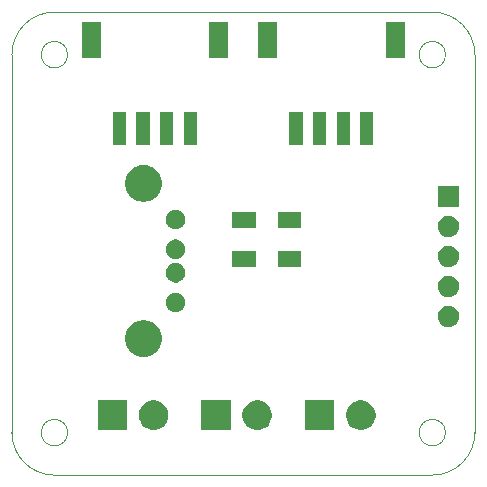
<source format=gbr>
%TF.GenerationSoftware,KiCad,Pcbnew,(5.1.5-0-10_14)*%
%TF.CreationDate,2020-09-17T17:23:34+02:00*%
%TF.ProjectId,power-routing,706f7765-722d-4726-9f75-74696e672e6b,rev?*%
%TF.SameCoordinates,Original*%
%TF.FileFunction,Soldermask,Top*%
%TF.FilePolarity,Negative*%
%FSLAX46Y46*%
G04 Gerber Fmt 4.6, Leading zero omitted, Abs format (unit mm)*
G04 Created by KiCad (PCBNEW (5.1.5-0-10_14)) date 2020-09-17 17:23:34*
%MOMM*%
%LPD*%
G04 APERTURE LIST*
%ADD10C,0.050000*%
%ADD11C,0.150000*%
G04 APERTURE END LIST*
D10*
X189100000Y-109850000D02*
X189100000Y-77850000D01*
X224700000Y-113450000D02*
X192700000Y-113450000D01*
X228300000Y-77850000D02*
X228300000Y-109850000D01*
X192700000Y-74250000D02*
X224700000Y-74250000D01*
X189100000Y-77850000D02*
G75*
G02X192700000Y-74250000I3600000J0D01*
G01*
X192700000Y-113450000D02*
G75*
G02X189100000Y-109850000I0J3600000D01*
G01*
X228300000Y-109850000D02*
G75*
G02X224700000Y-113450000I-3600000J0D01*
G01*
X224700000Y-74250000D02*
G75*
G02X228300000Y-77850000I0J-3600000D01*
G01*
X225818034Y-109850000D02*
G75*
G03X225818034Y-109850000I-1118034J0D01*
G01*
X193818034Y-109850000D02*
G75*
G03X193818034Y-109850000I-1118034J0D01*
G01*
X225818034Y-77850000D02*
G75*
G03X225818034Y-77850000I-1118034J0D01*
G01*
X193818034Y-77850000D02*
G75*
G03X193818034Y-77850000I-1118034J0D01*
G01*
D11*
G36*
X219014903Y-107172075D02*
G01*
X219242571Y-107266378D01*
X219447466Y-107403285D01*
X219621715Y-107577534D01*
X219758622Y-107782429D01*
X219852925Y-108010097D01*
X219901000Y-108251787D01*
X219901000Y-108498213D01*
X219852925Y-108739903D01*
X219758622Y-108967571D01*
X219621715Y-109172466D01*
X219447466Y-109346715D01*
X219242571Y-109483622D01*
X219242570Y-109483623D01*
X219242569Y-109483623D01*
X219014903Y-109577925D01*
X218773214Y-109626000D01*
X218526786Y-109626000D01*
X218285097Y-109577925D01*
X218057431Y-109483623D01*
X218057430Y-109483623D01*
X218057429Y-109483622D01*
X217852534Y-109346715D01*
X217678285Y-109172466D01*
X217541378Y-108967571D01*
X217447075Y-108739903D01*
X217399000Y-108498213D01*
X217399000Y-108251787D01*
X217447075Y-108010097D01*
X217541378Y-107782429D01*
X217678285Y-107577534D01*
X217852534Y-107403285D01*
X218057429Y-107266378D01*
X218285097Y-107172075D01*
X218526786Y-107124000D01*
X218773214Y-107124000D01*
X219014903Y-107172075D01*
G37*
G36*
X216401000Y-109626000D02*
G01*
X213899000Y-109626000D01*
X213899000Y-107124000D01*
X216401000Y-107124000D01*
X216401000Y-109626000D01*
G37*
G36*
X210239903Y-107172075D02*
G01*
X210467571Y-107266378D01*
X210672466Y-107403285D01*
X210846715Y-107577534D01*
X210983622Y-107782429D01*
X211077925Y-108010097D01*
X211126000Y-108251787D01*
X211126000Y-108498213D01*
X211077925Y-108739903D01*
X210983622Y-108967571D01*
X210846715Y-109172466D01*
X210672466Y-109346715D01*
X210467571Y-109483622D01*
X210467570Y-109483623D01*
X210467569Y-109483623D01*
X210239903Y-109577925D01*
X209998214Y-109626000D01*
X209751786Y-109626000D01*
X209510097Y-109577925D01*
X209282431Y-109483623D01*
X209282430Y-109483623D01*
X209282429Y-109483622D01*
X209077534Y-109346715D01*
X208903285Y-109172466D01*
X208766378Y-108967571D01*
X208672075Y-108739903D01*
X208624000Y-108498213D01*
X208624000Y-108251787D01*
X208672075Y-108010097D01*
X208766378Y-107782429D01*
X208903285Y-107577534D01*
X209077534Y-107403285D01*
X209282429Y-107266378D01*
X209510097Y-107172075D01*
X209751786Y-107124000D01*
X209998214Y-107124000D01*
X210239903Y-107172075D01*
G37*
G36*
X207626000Y-109626000D02*
G01*
X205124000Y-109626000D01*
X205124000Y-107124000D01*
X207626000Y-107124000D01*
X207626000Y-109626000D01*
G37*
G36*
X201464903Y-107172075D02*
G01*
X201692571Y-107266378D01*
X201897466Y-107403285D01*
X202071715Y-107577534D01*
X202208622Y-107782429D01*
X202302925Y-108010097D01*
X202351000Y-108251787D01*
X202351000Y-108498213D01*
X202302925Y-108739903D01*
X202208622Y-108967571D01*
X202071715Y-109172466D01*
X201897466Y-109346715D01*
X201692571Y-109483622D01*
X201692570Y-109483623D01*
X201692569Y-109483623D01*
X201464903Y-109577925D01*
X201223214Y-109626000D01*
X200976786Y-109626000D01*
X200735097Y-109577925D01*
X200507431Y-109483623D01*
X200507430Y-109483623D01*
X200507429Y-109483622D01*
X200302534Y-109346715D01*
X200128285Y-109172466D01*
X199991378Y-108967571D01*
X199897075Y-108739903D01*
X199849000Y-108498213D01*
X199849000Y-108251787D01*
X199897075Y-108010097D01*
X199991378Y-107782429D01*
X200128285Y-107577534D01*
X200302534Y-107403285D01*
X200507429Y-107266378D01*
X200735097Y-107172075D01*
X200976786Y-107124000D01*
X201223214Y-107124000D01*
X201464903Y-107172075D01*
G37*
G36*
X198851000Y-109626000D02*
G01*
X196349000Y-109626000D01*
X196349000Y-107124000D01*
X198851000Y-107124000D01*
X198851000Y-109626000D01*
G37*
G36*
X200552585Y-100373802D02*
G01*
X200702410Y-100403604D01*
X200984674Y-100520521D01*
X201238705Y-100690259D01*
X201454741Y-100906295D01*
X201624479Y-101160326D01*
X201741396Y-101442590D01*
X201801000Y-101742240D01*
X201801000Y-102047760D01*
X201741396Y-102347410D01*
X201624479Y-102629674D01*
X201454741Y-102883705D01*
X201238705Y-103099741D01*
X200984674Y-103269479D01*
X200702410Y-103386396D01*
X200552585Y-103416198D01*
X200402761Y-103446000D01*
X200097239Y-103446000D01*
X199947415Y-103416198D01*
X199797590Y-103386396D01*
X199515326Y-103269479D01*
X199261295Y-103099741D01*
X199045259Y-102883705D01*
X198875521Y-102629674D01*
X198758604Y-102347410D01*
X198699000Y-102047760D01*
X198699000Y-101742240D01*
X198758604Y-101442590D01*
X198875521Y-101160326D01*
X199045259Y-100906295D01*
X199261295Y-100690259D01*
X199515326Y-100520521D01*
X199797590Y-100403604D01*
X199947415Y-100373802D01*
X200097239Y-100344000D01*
X200402761Y-100344000D01*
X200552585Y-100373802D01*
G37*
G36*
X226163512Y-99113927D02*
G01*
X226312812Y-99143624D01*
X226476784Y-99211544D01*
X226624354Y-99310147D01*
X226749853Y-99435646D01*
X226848456Y-99583216D01*
X226916376Y-99747188D01*
X226951000Y-99921259D01*
X226951000Y-100098741D01*
X226916376Y-100272812D01*
X226848456Y-100436784D01*
X226749853Y-100584354D01*
X226624354Y-100709853D01*
X226476784Y-100808456D01*
X226312812Y-100876376D01*
X226163512Y-100906073D01*
X226138742Y-100911000D01*
X225961258Y-100911000D01*
X225936488Y-100906073D01*
X225787188Y-100876376D01*
X225623216Y-100808456D01*
X225475646Y-100709853D01*
X225350147Y-100584354D01*
X225251544Y-100436784D01*
X225183624Y-100272812D01*
X225149000Y-100098741D01*
X225149000Y-99921259D01*
X225183624Y-99747188D01*
X225251544Y-99583216D01*
X225350147Y-99435646D01*
X225475646Y-99310147D01*
X225623216Y-99211544D01*
X225787188Y-99143624D01*
X225936488Y-99113927D01*
X225961258Y-99109000D01*
X226138742Y-99109000D01*
X226163512Y-99113927D01*
G37*
G36*
X203200935Y-98030742D02*
G01*
X203351258Y-98093008D01*
X203486545Y-98183404D01*
X203601596Y-98298455D01*
X203691992Y-98433742D01*
X203754258Y-98584065D01*
X203786000Y-98743646D01*
X203786000Y-98906354D01*
X203754258Y-99065935D01*
X203691992Y-99216258D01*
X203601596Y-99351545D01*
X203486545Y-99466596D01*
X203351258Y-99556992D01*
X203200935Y-99619258D01*
X203041354Y-99651000D01*
X202878646Y-99651000D01*
X202719065Y-99619258D01*
X202568742Y-99556992D01*
X202433455Y-99466596D01*
X202318404Y-99351545D01*
X202228008Y-99216258D01*
X202165742Y-99065935D01*
X202134000Y-98906354D01*
X202134000Y-98743646D01*
X202165742Y-98584065D01*
X202228008Y-98433742D01*
X202318404Y-98298455D01*
X202433455Y-98183404D01*
X202568742Y-98093008D01*
X202719065Y-98030742D01*
X202878646Y-97999000D01*
X203041354Y-97999000D01*
X203200935Y-98030742D01*
G37*
G36*
X226163512Y-96573927D02*
G01*
X226312812Y-96603624D01*
X226476784Y-96671544D01*
X226624354Y-96770147D01*
X226749853Y-96895646D01*
X226848456Y-97043216D01*
X226916376Y-97207188D01*
X226951000Y-97381259D01*
X226951000Y-97558741D01*
X226916376Y-97732812D01*
X226848456Y-97896784D01*
X226749853Y-98044354D01*
X226624354Y-98169853D01*
X226476784Y-98268456D01*
X226312812Y-98336376D01*
X226163512Y-98366073D01*
X226138742Y-98371000D01*
X225961258Y-98371000D01*
X225936488Y-98366073D01*
X225787188Y-98336376D01*
X225623216Y-98268456D01*
X225475646Y-98169853D01*
X225350147Y-98044354D01*
X225251544Y-97896784D01*
X225183624Y-97732812D01*
X225149000Y-97558741D01*
X225149000Y-97381259D01*
X225183624Y-97207188D01*
X225251544Y-97043216D01*
X225350147Y-96895646D01*
X225475646Y-96770147D01*
X225623216Y-96671544D01*
X225787188Y-96603624D01*
X225936488Y-96573927D01*
X225961258Y-96569000D01*
X226138742Y-96569000D01*
X226163512Y-96573927D01*
G37*
G36*
X203200935Y-95530742D02*
G01*
X203351258Y-95593008D01*
X203486545Y-95683404D01*
X203601596Y-95798455D01*
X203691992Y-95933742D01*
X203754258Y-96084065D01*
X203786000Y-96243646D01*
X203786000Y-96406354D01*
X203754258Y-96565935D01*
X203691992Y-96716258D01*
X203601596Y-96851545D01*
X203486545Y-96966596D01*
X203351258Y-97056992D01*
X203200935Y-97119258D01*
X203041354Y-97151000D01*
X202878646Y-97151000D01*
X202719065Y-97119258D01*
X202568742Y-97056992D01*
X202433455Y-96966596D01*
X202318404Y-96851545D01*
X202228008Y-96716258D01*
X202165742Y-96565935D01*
X202134000Y-96406354D01*
X202134000Y-96243646D01*
X202165742Y-96084065D01*
X202228008Y-95933742D01*
X202318404Y-95798455D01*
X202433455Y-95683404D01*
X202568742Y-95593008D01*
X202719065Y-95530742D01*
X202878646Y-95499000D01*
X203041354Y-95499000D01*
X203200935Y-95530742D01*
G37*
G36*
X226163512Y-94033927D02*
G01*
X226312812Y-94063624D01*
X226476784Y-94131544D01*
X226624354Y-94230147D01*
X226749853Y-94355646D01*
X226848456Y-94503216D01*
X226916376Y-94667188D01*
X226951000Y-94841259D01*
X226951000Y-95018741D01*
X226916376Y-95192812D01*
X226848456Y-95356784D01*
X226749853Y-95504354D01*
X226624354Y-95629853D01*
X226476784Y-95728456D01*
X226312812Y-95796376D01*
X226163512Y-95826073D01*
X226138742Y-95831000D01*
X225961258Y-95831000D01*
X225936488Y-95826073D01*
X225787188Y-95796376D01*
X225623216Y-95728456D01*
X225475646Y-95629853D01*
X225350147Y-95504354D01*
X225251544Y-95356784D01*
X225183624Y-95192812D01*
X225149000Y-95018741D01*
X225149000Y-94841259D01*
X225183624Y-94667188D01*
X225251544Y-94503216D01*
X225350147Y-94355646D01*
X225475646Y-94230147D01*
X225623216Y-94131544D01*
X225787188Y-94063624D01*
X225936488Y-94033927D01*
X225961258Y-94029000D01*
X226138742Y-94029000D01*
X226163512Y-94033927D01*
G37*
G36*
X213603500Y-95812000D02*
G01*
X211596500Y-95812000D01*
X211596500Y-94440000D01*
X213603500Y-94440000D01*
X213603500Y-95812000D01*
G37*
G36*
X209753500Y-95812000D02*
G01*
X207746500Y-95812000D01*
X207746500Y-94440000D01*
X209753500Y-94440000D01*
X209753500Y-95812000D01*
G37*
G36*
X203200935Y-93530742D02*
G01*
X203351258Y-93593008D01*
X203486545Y-93683404D01*
X203601596Y-93798455D01*
X203691992Y-93933742D01*
X203754258Y-94084065D01*
X203786000Y-94243646D01*
X203786000Y-94406354D01*
X203754258Y-94565935D01*
X203691992Y-94716258D01*
X203601596Y-94851545D01*
X203486545Y-94966596D01*
X203351258Y-95056992D01*
X203200935Y-95119258D01*
X203041354Y-95151000D01*
X202878646Y-95151000D01*
X202719065Y-95119258D01*
X202568742Y-95056992D01*
X202433455Y-94966596D01*
X202318404Y-94851545D01*
X202228008Y-94716258D01*
X202165742Y-94565935D01*
X202134000Y-94406354D01*
X202134000Y-94243646D01*
X202165742Y-94084065D01*
X202228008Y-93933742D01*
X202318404Y-93798455D01*
X202433455Y-93683404D01*
X202568742Y-93593008D01*
X202719065Y-93530742D01*
X202878646Y-93499000D01*
X203041354Y-93499000D01*
X203200935Y-93530742D01*
G37*
G36*
X226163512Y-91493927D02*
G01*
X226312812Y-91523624D01*
X226476784Y-91591544D01*
X226624354Y-91690147D01*
X226749853Y-91815646D01*
X226848456Y-91963216D01*
X226916376Y-92127188D01*
X226951000Y-92301259D01*
X226951000Y-92478741D01*
X226916376Y-92652812D01*
X226848456Y-92816784D01*
X226749853Y-92964354D01*
X226624354Y-93089853D01*
X226476784Y-93188456D01*
X226312812Y-93256376D01*
X226163512Y-93286073D01*
X226138742Y-93291000D01*
X225961258Y-93291000D01*
X225936488Y-93286073D01*
X225787188Y-93256376D01*
X225623216Y-93188456D01*
X225475646Y-93089853D01*
X225350147Y-92964354D01*
X225251544Y-92816784D01*
X225183624Y-92652812D01*
X225149000Y-92478741D01*
X225149000Y-92301259D01*
X225183624Y-92127188D01*
X225251544Y-91963216D01*
X225350147Y-91815646D01*
X225475646Y-91690147D01*
X225623216Y-91591544D01*
X225787188Y-91523624D01*
X225936488Y-91493927D01*
X225961258Y-91489000D01*
X226138742Y-91489000D01*
X226163512Y-91493927D01*
G37*
G36*
X203200935Y-91030742D02*
G01*
X203351258Y-91093008D01*
X203486545Y-91183404D01*
X203601596Y-91298455D01*
X203691992Y-91433742D01*
X203754258Y-91584065D01*
X203786000Y-91743646D01*
X203786000Y-91906354D01*
X203754258Y-92065935D01*
X203691992Y-92216258D01*
X203601596Y-92351545D01*
X203486545Y-92466596D01*
X203351258Y-92556992D01*
X203200935Y-92619258D01*
X203041354Y-92651000D01*
X202878646Y-92651000D01*
X202719065Y-92619258D01*
X202568742Y-92556992D01*
X202433455Y-92466596D01*
X202318404Y-92351545D01*
X202228008Y-92216258D01*
X202165742Y-92065935D01*
X202134000Y-91906354D01*
X202134000Y-91743646D01*
X202165742Y-91584065D01*
X202228008Y-91433742D01*
X202318404Y-91298455D01*
X202433455Y-91183404D01*
X202568742Y-91093008D01*
X202719065Y-91030742D01*
X202878646Y-90999000D01*
X203041354Y-90999000D01*
X203200935Y-91030742D01*
G37*
G36*
X213603500Y-92510000D02*
G01*
X211596500Y-92510000D01*
X211596500Y-91138000D01*
X213603500Y-91138000D01*
X213603500Y-92510000D01*
G37*
G36*
X209753500Y-92510000D02*
G01*
X207746500Y-92510000D01*
X207746500Y-91138000D01*
X209753500Y-91138000D01*
X209753500Y-92510000D01*
G37*
G36*
X226951000Y-90751000D02*
G01*
X225149000Y-90751000D01*
X225149000Y-88949000D01*
X226951000Y-88949000D01*
X226951000Y-90751000D01*
G37*
G36*
X200552585Y-87233802D02*
G01*
X200702410Y-87263604D01*
X200984674Y-87380521D01*
X201238705Y-87550259D01*
X201454741Y-87766295D01*
X201624479Y-88020326D01*
X201741396Y-88302590D01*
X201801000Y-88602240D01*
X201801000Y-88907760D01*
X201741396Y-89207410D01*
X201624479Y-89489674D01*
X201454741Y-89743705D01*
X201238705Y-89959741D01*
X200984674Y-90129479D01*
X200702410Y-90246396D01*
X200552585Y-90276198D01*
X200402761Y-90306000D01*
X200097239Y-90306000D01*
X199947415Y-90276198D01*
X199797590Y-90246396D01*
X199515326Y-90129479D01*
X199261295Y-89959741D01*
X199045259Y-89743705D01*
X198875521Y-89489674D01*
X198758604Y-89207410D01*
X198699000Y-88907760D01*
X198699000Y-88602240D01*
X198758604Y-88302590D01*
X198875521Y-88020326D01*
X199045259Y-87766295D01*
X199261295Y-87550259D01*
X199515326Y-87380521D01*
X199797590Y-87263604D01*
X199947415Y-87233802D01*
X200097239Y-87204000D01*
X200402761Y-87204000D01*
X200552585Y-87233802D01*
G37*
G36*
X213705450Y-85519760D02*
G01*
X212595070Y-85519760D01*
X212595070Y-82679640D01*
X213705450Y-82679640D01*
X213705450Y-85519760D01*
G37*
G36*
X215706970Y-85519760D02*
G01*
X214596590Y-85519760D01*
X214596590Y-82679640D01*
X215706970Y-82679640D01*
X215706970Y-85519760D01*
G37*
G36*
X217703410Y-85519760D02*
G01*
X216593030Y-85519760D01*
X216593030Y-82679640D01*
X217703410Y-82679640D01*
X217703410Y-85519760D01*
G37*
G36*
X219704930Y-85519760D02*
G01*
X218594550Y-85519760D01*
X218594550Y-82679640D01*
X219704930Y-82679640D01*
X219704930Y-85519760D01*
G37*
G36*
X198755450Y-85519760D02*
G01*
X197645070Y-85519760D01*
X197645070Y-82679640D01*
X198755450Y-82679640D01*
X198755450Y-85519760D01*
G37*
G36*
X200756970Y-85519760D02*
G01*
X199646590Y-85519760D01*
X199646590Y-82679640D01*
X200756970Y-82679640D01*
X200756970Y-85519760D01*
G37*
G36*
X202753410Y-85519760D02*
G01*
X201643030Y-85519760D01*
X201643030Y-82679640D01*
X202753410Y-82679640D01*
X202753410Y-85519760D01*
G37*
G36*
X204754930Y-85519760D02*
G01*
X203644550Y-85519760D01*
X203644550Y-82679640D01*
X204754930Y-82679640D01*
X204754930Y-85519760D01*
G37*
G36*
X222348500Y-78152490D02*
G01*
X220746500Y-78152490D01*
X220746500Y-75050750D01*
X222348500Y-75050750D01*
X222348500Y-78152490D01*
G37*
G36*
X211553500Y-78152490D02*
G01*
X209951500Y-78152490D01*
X209951500Y-75050750D01*
X211553500Y-75050750D01*
X211553500Y-78152490D01*
G37*
G36*
X196603500Y-78152490D02*
G01*
X195001500Y-78152490D01*
X195001500Y-75050750D01*
X196603500Y-75050750D01*
X196603500Y-78152490D01*
G37*
G36*
X207398500Y-78152490D02*
G01*
X205796500Y-78152490D01*
X205796500Y-75050750D01*
X207398500Y-75050750D01*
X207398500Y-78152490D01*
G37*
M02*

</source>
